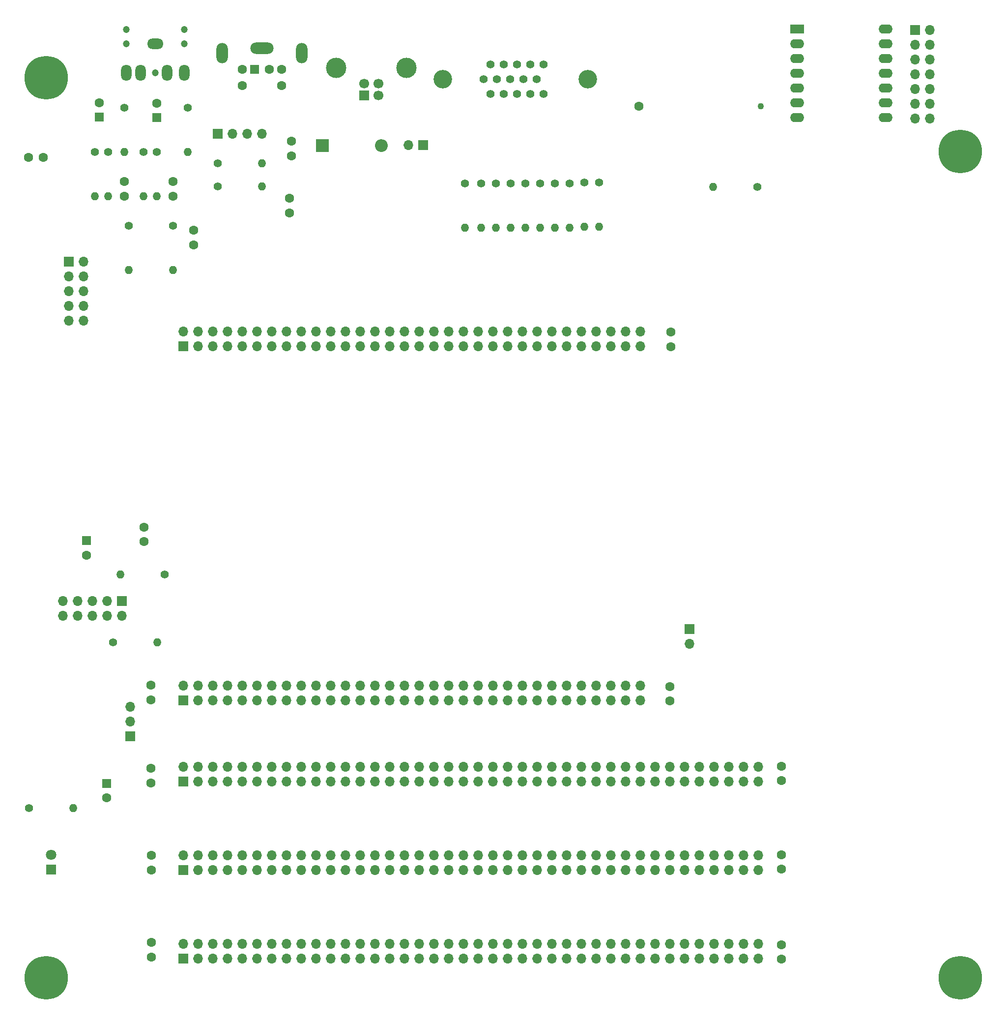
<source format=gbs>
G04 #@! TF.GenerationSoftware,KiCad,Pcbnew,(6.0.1)*
G04 #@! TF.CreationDate,2022-08-30T10:24:46-04:00*
G04 #@! TF.ProjectId,FPGA-ITX-01,46504741-2d49-4545-982d-30312e6b6963,1*
G04 #@! TF.SameCoordinates,Original*
G04 #@! TF.FileFunction,Soldermask,Bot*
G04 #@! TF.FilePolarity,Negative*
%FSLAX46Y46*%
G04 Gerber Fmt 4.6, Leading zero omitted, Abs format (unit mm)*
G04 Created by KiCad (PCBNEW (6.0.1)) date 2022-08-30 10:24:46*
%MOMM*%
%LPD*%
G01*
G04 APERTURE LIST*
%ADD10C,7.500000*%
%ADD11C,1.400000*%
%ADD12O,1.400000X1.400000*%
%ADD13R,1.700000X1.700000*%
%ADD14O,1.700000X1.700000*%
%ADD15R,1.600000X1.600000*%
%ADD16C,1.600000*%
%ADD17O,4.000000X2.000000*%
%ADD18O,2.000000X3.500000*%
%ADD19R,2.400000X1.600000*%
%ADD20O,2.400000X1.600000*%
%ADD21C,1.100000*%
%ADD22C,3.200000*%
%ADD23C,1.397000*%
%ADD24C,1.700000*%
%ADD25C,3.500000*%
%ADD26R,1.800000X1.800000*%
%ADD27C,1.800000*%
%ADD28C,1.200000*%
%ADD29O,1.800000X2.800000*%
%ADD30O,2.800000X1.800000*%
%ADD31R,2.200000X2.200000*%
%ADD32O,2.200000X2.200000*%
G04 APERTURE END LIST*
D10*
X298830000Y-205100000D03*
X141350000Y-205100000D03*
X298830000Y-62860000D03*
X141350000Y-50160000D03*
D11*
X218809845Y-68325745D03*
D12*
X218809845Y-75945745D03*
D11*
X216269845Y-68325745D03*
D12*
X216269845Y-75945745D03*
D11*
X226429845Y-68325745D03*
D12*
X226429845Y-75945745D03*
D11*
X223889845Y-68325745D03*
D12*
X223889845Y-75945745D03*
D11*
X231509845Y-68325745D03*
D12*
X231509845Y-75945745D03*
D11*
X228969845Y-68325745D03*
D12*
X228969845Y-75945745D03*
D11*
X170924500Y-68852500D03*
D12*
X178544500Y-68852500D03*
D11*
X170924500Y-64920500D03*
D12*
X178544500Y-64920500D03*
D13*
X170934500Y-59840500D03*
D14*
X173474500Y-59840500D03*
X176014500Y-59840500D03*
X178554500Y-59840500D03*
D15*
X177234500Y-48729500D03*
D16*
X179834500Y-48729500D03*
X175134500Y-48729500D03*
X181934500Y-48729500D03*
X175134500Y-51529500D03*
X181934500Y-51529500D03*
D17*
X178534500Y-45079500D03*
D18*
X171684500Y-45879500D03*
X185384500Y-45879500D03*
D13*
X164973000Y-96393000D03*
D14*
X164973000Y-93853000D03*
X167513000Y-96393000D03*
X167513000Y-93853000D03*
X170053000Y-96393000D03*
X170053000Y-93853000D03*
X172593000Y-96393000D03*
X172593000Y-93853000D03*
X175133000Y-96393000D03*
X175133000Y-93853000D03*
X177673000Y-96393000D03*
X177673000Y-93853000D03*
X180213000Y-96393000D03*
X180213000Y-93853000D03*
X182753000Y-96393000D03*
X182753000Y-93853000D03*
X185293000Y-96393000D03*
X185293000Y-93853000D03*
X187833000Y-96393000D03*
X187833000Y-93853000D03*
X190373000Y-96393000D03*
X190373000Y-93853000D03*
X192913000Y-96393000D03*
X192913000Y-93853000D03*
X195453000Y-96393000D03*
X195453000Y-93853000D03*
X197993000Y-96393000D03*
X197993000Y-93853000D03*
X200533000Y-96393000D03*
X200533000Y-93853000D03*
X203073000Y-96393000D03*
X203073000Y-93853000D03*
X205613000Y-96393000D03*
X205613000Y-93853000D03*
X208153000Y-96393000D03*
X208153000Y-93853000D03*
X210693000Y-96393000D03*
X210693000Y-93853000D03*
X213233000Y-96393000D03*
X213233000Y-93853000D03*
X215773000Y-96393000D03*
X215773000Y-93853000D03*
X218313000Y-96393000D03*
X218313000Y-93853000D03*
X220853000Y-96393000D03*
X220853000Y-93853000D03*
X223393000Y-96393000D03*
X223393000Y-93853000D03*
X225933000Y-96393000D03*
X225933000Y-93853000D03*
X228473000Y-96393000D03*
X228473000Y-93853000D03*
X231013000Y-96393000D03*
X231013000Y-93853000D03*
X233553000Y-96393000D03*
X233553000Y-93853000D03*
X236093000Y-96393000D03*
X236093000Y-93853000D03*
X238633000Y-96393000D03*
X238633000Y-93853000D03*
X241173000Y-96393000D03*
X241173000Y-93853000D03*
X243713000Y-96393000D03*
X243713000Y-93853000D03*
D13*
X164973000Y-157333000D03*
D14*
X164973000Y-154793000D03*
X167513000Y-157333000D03*
X167513000Y-154793000D03*
X170053000Y-157333000D03*
X170053000Y-154793000D03*
X172593000Y-157333000D03*
X172593000Y-154793000D03*
X175133000Y-157333000D03*
X175133000Y-154793000D03*
X177673000Y-157333000D03*
X177673000Y-154793000D03*
X180213000Y-157333000D03*
X180213000Y-154793000D03*
X182753000Y-157333000D03*
X182753000Y-154793000D03*
X185293000Y-157333000D03*
X185293000Y-154793000D03*
X187833000Y-157333000D03*
X187833000Y-154793000D03*
X190373000Y-157333000D03*
X190373000Y-154793000D03*
X192913000Y-157333000D03*
X192913000Y-154793000D03*
X195453000Y-157333000D03*
X195453000Y-154793000D03*
X197993000Y-157333000D03*
X197993000Y-154793000D03*
X200533000Y-157333000D03*
X200533000Y-154793000D03*
X203073000Y-157333000D03*
X203073000Y-154793000D03*
X205613000Y-157333000D03*
X205613000Y-154793000D03*
X208153000Y-157333000D03*
X208153000Y-154793000D03*
X210693000Y-157333000D03*
X210693000Y-154793000D03*
X213233000Y-157333000D03*
X213233000Y-154793000D03*
X215773000Y-157333000D03*
X215773000Y-154793000D03*
X218313000Y-157333000D03*
X218313000Y-154793000D03*
X220853000Y-157333000D03*
X220853000Y-154793000D03*
X223393000Y-157333000D03*
X223393000Y-154793000D03*
X225933000Y-157333000D03*
X225933000Y-154793000D03*
X228473000Y-157333000D03*
X228473000Y-154793000D03*
X231013000Y-157333000D03*
X231013000Y-154793000D03*
X233553000Y-157333000D03*
X233553000Y-154793000D03*
X236093000Y-157333000D03*
X236093000Y-154793000D03*
X238633000Y-157333000D03*
X238633000Y-154793000D03*
X241173000Y-157333000D03*
X241173000Y-154793000D03*
X243713000Y-157333000D03*
X243713000Y-154793000D03*
D19*
X270764000Y-41783000D03*
D20*
X270764000Y-44323000D03*
X270764000Y-46863000D03*
X270764000Y-49403000D03*
X270764000Y-51943000D03*
X270764000Y-54483000D03*
X270764000Y-57023000D03*
X286004000Y-57023000D03*
X286004000Y-54483000D03*
X286004000Y-51943000D03*
X286004000Y-49403000D03*
X286004000Y-46863000D03*
X286004000Y-44323000D03*
X286004000Y-41783000D03*
D21*
X264433200Y-55082300D03*
D16*
X243433200Y-55082300D03*
D13*
X164973000Y-171303000D03*
D14*
X164973000Y-168763000D03*
X167513000Y-171303000D03*
X167513000Y-168763000D03*
X170053000Y-171303000D03*
X170053000Y-168763000D03*
X172593000Y-171303000D03*
X172593000Y-168763000D03*
X175133000Y-171303000D03*
X175133000Y-168763000D03*
X177673000Y-171303000D03*
X177673000Y-168763000D03*
X180213000Y-171303000D03*
X180213000Y-168763000D03*
X182753000Y-171303000D03*
X182753000Y-168763000D03*
X185293000Y-171303000D03*
X185293000Y-168763000D03*
X187833000Y-171303000D03*
X187833000Y-168763000D03*
X190373000Y-171303000D03*
X190373000Y-168763000D03*
X192913000Y-171303000D03*
X192913000Y-168763000D03*
X195453000Y-171303000D03*
X195453000Y-168763000D03*
X197993000Y-171303000D03*
X197993000Y-168763000D03*
X200533000Y-171303000D03*
X200533000Y-168763000D03*
X203073000Y-171303000D03*
X203073000Y-168763000D03*
X205613000Y-171303000D03*
X205613000Y-168763000D03*
X208153000Y-171303000D03*
X208153000Y-168763000D03*
X210693000Y-171303000D03*
X210693000Y-168763000D03*
X213233000Y-171303000D03*
X213233000Y-168763000D03*
X215773000Y-171303000D03*
X215773000Y-168763000D03*
X218313000Y-171303000D03*
X218313000Y-168763000D03*
X220853000Y-171303000D03*
X220853000Y-168763000D03*
X223393000Y-171303000D03*
X223393000Y-168763000D03*
X225933000Y-171303000D03*
X225933000Y-168763000D03*
X228473000Y-171303000D03*
X228473000Y-168763000D03*
X231013000Y-171303000D03*
X231013000Y-168763000D03*
X233553000Y-171303000D03*
X233553000Y-168763000D03*
X236093000Y-171303000D03*
X236093000Y-168763000D03*
X238633000Y-171303000D03*
X238633000Y-168763000D03*
X241173000Y-171303000D03*
X241173000Y-168763000D03*
X243713000Y-171303000D03*
X243713000Y-168763000D03*
X246253000Y-171303000D03*
X246253000Y-168763000D03*
X248793000Y-171303000D03*
X248793000Y-168763000D03*
X251333000Y-171303000D03*
X251333000Y-168763000D03*
X253873000Y-171303000D03*
X253873000Y-168763000D03*
X256413000Y-171303000D03*
X256413000Y-168763000D03*
X258953000Y-171303000D03*
X258953000Y-168763000D03*
X261493000Y-171303000D03*
X261493000Y-168763000D03*
X264033000Y-171303000D03*
X264033000Y-168763000D03*
D16*
X248798000Y-154930000D03*
X248798000Y-157430000D03*
X267974000Y-168646000D03*
X267974000Y-171146000D03*
X159385000Y-169057000D03*
X159385000Y-171557000D03*
X183242500Y-70904500D03*
X183242500Y-73404500D03*
X166751000Y-76405000D03*
X166751000Y-78905000D03*
D13*
X155829000Y-163499800D03*
D14*
X155829000Y-160959800D03*
X155829000Y-158419800D03*
D11*
X263880600Y-68935600D03*
D12*
X256260600Y-68935600D03*
D16*
X138322000Y-63876000D03*
X140822000Y-63876000D03*
X158242000Y-127528000D03*
X158242000Y-130028000D03*
D15*
X148336000Y-129858888D03*
D16*
X148336000Y-132358888D03*
D22*
X209678335Y-50430155D03*
X234666855Y-50430155D03*
D23*
X217862215Y-52970155D03*
X220153295Y-52970155D03*
X222439295Y-52970155D03*
X224732915Y-52970155D03*
X227021455Y-52970155D03*
X216716675Y-50430155D03*
X219007755Y-50430155D03*
X221298835Y-50430155D03*
X223587375Y-50430155D03*
X225878455Y-50430155D03*
X217862215Y-47890155D03*
X220153295Y-47890155D03*
X222441835Y-47892695D03*
X224732915Y-47890155D03*
X227021455Y-47890155D03*
D13*
X196108000Y-53186500D03*
D24*
X198608000Y-53186500D03*
X198608000Y-51186500D03*
X196108000Y-51186500D03*
D25*
X203378000Y-48476500D03*
X191338000Y-48476500D03*
D11*
X158115000Y-62923000D03*
D12*
X158115000Y-70543000D03*
D15*
X151765000Y-171641888D03*
D16*
X151765000Y-174141888D03*
D15*
X160401000Y-57016113D03*
D16*
X160401000Y-54516113D03*
D11*
X155575000Y-75623000D03*
D12*
X155575000Y-83243000D03*
D13*
X164978000Y-201783000D03*
D14*
X164978000Y-199243000D03*
X167518000Y-201783000D03*
X167518000Y-199243000D03*
X170058000Y-201783000D03*
X170058000Y-199243000D03*
X172598000Y-201783000D03*
X172598000Y-199243000D03*
X175138000Y-201783000D03*
X175138000Y-199243000D03*
X177678000Y-201783000D03*
X177678000Y-199243000D03*
X180218000Y-201783000D03*
X180218000Y-199243000D03*
X182758000Y-201783000D03*
X182758000Y-199243000D03*
X185298000Y-201783000D03*
X185298000Y-199243000D03*
X187838000Y-201783000D03*
X187838000Y-199243000D03*
X190378000Y-201783000D03*
X190378000Y-199243000D03*
X192918000Y-201783000D03*
X192918000Y-199243000D03*
X195458000Y-201783000D03*
X195458000Y-199243000D03*
X197998000Y-201783000D03*
X197998000Y-199243000D03*
X200538000Y-201783000D03*
X200538000Y-199243000D03*
X203078000Y-201783000D03*
X203078000Y-199243000D03*
X205618000Y-201783000D03*
X205618000Y-199243000D03*
X208158000Y-201783000D03*
X208158000Y-199243000D03*
X210698000Y-201783000D03*
X210698000Y-199243000D03*
X213238000Y-201783000D03*
X213238000Y-199243000D03*
X215778000Y-201783000D03*
X215778000Y-199243000D03*
X218318000Y-201783000D03*
X218318000Y-199243000D03*
X220858000Y-201783000D03*
X220858000Y-199243000D03*
X223398000Y-201783000D03*
X223398000Y-199243000D03*
X225938000Y-201783000D03*
X225938000Y-199243000D03*
X228478000Y-201783000D03*
X228478000Y-199243000D03*
X231018000Y-201783000D03*
X231018000Y-199243000D03*
X233558000Y-201783000D03*
X233558000Y-199243000D03*
X236098000Y-201783000D03*
X236098000Y-199243000D03*
X238638000Y-201783000D03*
X238638000Y-199243000D03*
X241178000Y-201783000D03*
X241178000Y-199243000D03*
X243718000Y-201783000D03*
X243718000Y-199243000D03*
X246258000Y-201783000D03*
X246258000Y-199243000D03*
X248798000Y-201783000D03*
X248798000Y-199243000D03*
X251338000Y-201783000D03*
X251338000Y-199243000D03*
X253878000Y-201783000D03*
X253878000Y-199243000D03*
X256418000Y-201783000D03*
X256418000Y-199243000D03*
X258958000Y-201783000D03*
X258958000Y-199243000D03*
X261498000Y-201783000D03*
X261498000Y-199243000D03*
X264038000Y-201783000D03*
X264038000Y-199243000D03*
D13*
X145283000Y-81793000D03*
D14*
X147823000Y-81793000D03*
X145283000Y-84333000D03*
X147823000Y-84333000D03*
X145283000Y-86873000D03*
X147823000Y-86873000D03*
X145283000Y-89413000D03*
X147823000Y-89413000D03*
X145283000Y-91953000D03*
X147823000Y-91953000D03*
D11*
X152019000Y-62923000D03*
D12*
X152019000Y-70543000D03*
D11*
X236589845Y-68203745D03*
D12*
X236589845Y-75823745D03*
D11*
X160401000Y-62923000D03*
D12*
X160401000Y-70543000D03*
D11*
X213475845Y-68325745D03*
D12*
X213475845Y-75945745D03*
D13*
X252165000Y-145029000D03*
D14*
X252165000Y-147569000D03*
D11*
X152908000Y-147320000D03*
D12*
X160528000Y-147320000D03*
D11*
X161798000Y-135636000D03*
D12*
X154178000Y-135636000D03*
D16*
X159385000Y-154731400D03*
X159385000Y-157231400D03*
D11*
X163195000Y-75623000D03*
D12*
X163195000Y-83243000D03*
D13*
X164973000Y-186543000D03*
D14*
X164973000Y-184003000D03*
X167513000Y-186543000D03*
X167513000Y-184003000D03*
X170053000Y-186543000D03*
X170053000Y-184003000D03*
X172593000Y-186543000D03*
X172593000Y-184003000D03*
X175133000Y-186543000D03*
X175133000Y-184003000D03*
X177673000Y-186543000D03*
X177673000Y-184003000D03*
X180213000Y-186543000D03*
X180213000Y-184003000D03*
X182753000Y-186543000D03*
X182753000Y-184003000D03*
X185293000Y-186543000D03*
X185293000Y-184003000D03*
X187833000Y-186543000D03*
X187833000Y-184003000D03*
X190373000Y-186543000D03*
X190373000Y-184003000D03*
X192913000Y-186543000D03*
X192913000Y-184003000D03*
X195453000Y-186543000D03*
X195453000Y-184003000D03*
X197993000Y-186543000D03*
X197993000Y-184003000D03*
X200533000Y-186543000D03*
X200533000Y-184003000D03*
X203073000Y-186543000D03*
X203073000Y-184003000D03*
X205613000Y-186543000D03*
X205613000Y-184003000D03*
X208153000Y-186543000D03*
X208153000Y-184003000D03*
X210693000Y-186543000D03*
X210693000Y-184003000D03*
X213233000Y-186543000D03*
X213233000Y-184003000D03*
X215773000Y-186543000D03*
X215773000Y-184003000D03*
X218313000Y-186543000D03*
X218313000Y-184003000D03*
X220853000Y-186543000D03*
X220853000Y-184003000D03*
X223393000Y-186543000D03*
X223393000Y-184003000D03*
X225933000Y-186543000D03*
X225933000Y-184003000D03*
X228473000Y-186543000D03*
X228473000Y-184003000D03*
X231013000Y-186543000D03*
X231013000Y-184003000D03*
X233553000Y-186543000D03*
X233553000Y-184003000D03*
X236093000Y-186543000D03*
X236093000Y-184003000D03*
X238633000Y-186543000D03*
X238633000Y-184003000D03*
X241173000Y-186543000D03*
X241173000Y-184003000D03*
X243713000Y-186543000D03*
X243713000Y-184003000D03*
X246253000Y-186543000D03*
X246253000Y-184003000D03*
X248793000Y-186543000D03*
X248793000Y-184003000D03*
X251333000Y-186543000D03*
X251333000Y-184003000D03*
X253873000Y-186543000D03*
X253873000Y-184003000D03*
X256413000Y-186543000D03*
X256413000Y-184003000D03*
X258953000Y-186543000D03*
X258953000Y-184003000D03*
X261493000Y-186543000D03*
X261493000Y-184003000D03*
X264033000Y-186543000D03*
X264033000Y-184003000D03*
D16*
X267974000Y-183886000D03*
X267974000Y-186386000D03*
D13*
X154427000Y-140203000D03*
D14*
X154427000Y-142743000D03*
X151887000Y-140203000D03*
X151887000Y-142743000D03*
X149347000Y-140203000D03*
X149347000Y-142743000D03*
X146807000Y-140203000D03*
X146807000Y-142743000D03*
X144267000Y-140203000D03*
X144267000Y-142743000D03*
D15*
X150495000Y-56959000D03*
D16*
X150495000Y-54459000D03*
D11*
X149733000Y-62923000D03*
D12*
X149733000Y-70543000D03*
D13*
X291079000Y-41905000D03*
D14*
X293619000Y-41905000D03*
X291079000Y-44445000D03*
X293619000Y-44445000D03*
X291079000Y-46985000D03*
X293619000Y-46985000D03*
X291079000Y-49525000D03*
X293619000Y-49525000D03*
X291079000Y-52065000D03*
X293619000Y-52065000D03*
X291079000Y-54605000D03*
X293619000Y-54605000D03*
X291079000Y-57145000D03*
X293619000Y-57145000D03*
D11*
X138430000Y-175895000D03*
D12*
X146050000Y-175895000D03*
D11*
X165735000Y-55303000D03*
D12*
X165735000Y-62923000D03*
D16*
X163195000Y-70523000D03*
X163195000Y-68023000D03*
D11*
X234049845Y-68203745D03*
D12*
X234049845Y-75823745D03*
D11*
X221349845Y-68325745D03*
D12*
X221349845Y-75945745D03*
D16*
X248924000Y-93950000D03*
X248924000Y-96450000D03*
D26*
X142240000Y-186441000D03*
D27*
X142240000Y-183901000D03*
D16*
X154813000Y-70523000D03*
X154813000Y-68023000D03*
X159512000Y-199029000D03*
X159512000Y-201529000D03*
D28*
X165147000Y-44339000D03*
X160147000Y-49339000D03*
X155147000Y-44339000D03*
X155147000Y-41839000D03*
X165147000Y-41839000D03*
D29*
X165147000Y-49339000D03*
X162147000Y-49339000D03*
D30*
X160147000Y-44339000D03*
D29*
X155147000Y-49339000D03*
X157647000Y-49339000D03*
D13*
X206253000Y-61722000D03*
D14*
X203713000Y-61722000D03*
D16*
X159512000Y-184043000D03*
X159512000Y-186543000D03*
X183624500Y-61110500D03*
X183624500Y-63610500D03*
D31*
X188976000Y-61849000D03*
D32*
X199136000Y-61849000D03*
D16*
X267974000Y-199380000D03*
X267974000Y-201880000D03*
D11*
X154813000Y-55303000D03*
D12*
X154813000Y-62923000D03*
M02*

</source>
